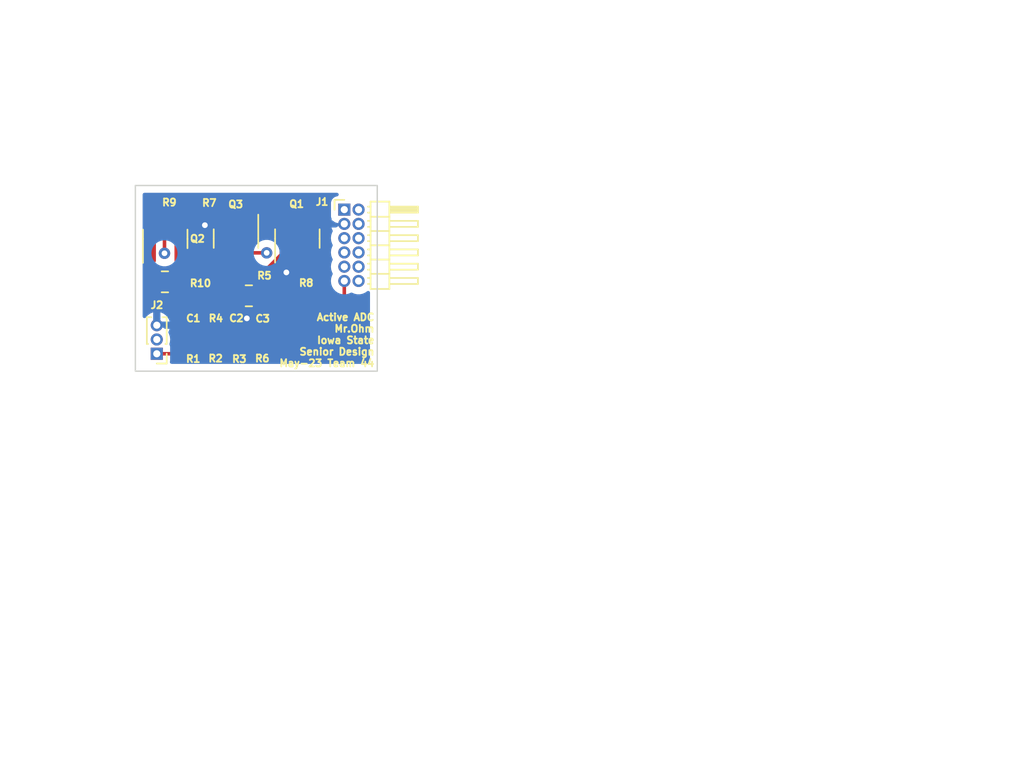
<source format=kicad_pcb>
(kicad_pcb (version 20211014) (generator pcbnew)
  (layers (0 "F.Cu" signal) (1 "In1.Cu" signal) (2 "In2.Cu" signal) (31 "B.Cu" signal) (34 "B.Paste" user) (35 "F.Paste" user) (36 "B.SilkS" user "B.Silkscreen") (37 "F.SilkS" user "F.Silkscreen") (38 "B.Mask" user) (39 "F.Mask" user) (44 "Edge.Cuts" user))
  (net 0 "")
  (net 1 "Net-(C1-Pad1)")
  (net 2 "GND")
  (net 3 "Net-(C2-Pad1)")
  (net 4 "/SIGMA-CHERRY")
  (net 5 "Net-(C3-Pad2)")
  (net 6 "/3.3V")
  (net 11 "/FPGA-OUT")
  (net 13 "/FPGA-IN")
  (net 15 "/Sensor-IN")
  (net 16 "Net-(Q1-Pad2)")
  (net 17 "Net-(Q1-Pad3)")
  (net 18 "Net-(Q2-Pad1)")
  (net 19 "Net-(Q2-Pad2)")
  (net 20 "Net-(R2-Pad2)")
  (footprint "Resistor_SMD:R_0805_2012Metric" (layer "F.Cu") (at 122.3325 86.63)
    (fp_text reference "R5" (at 1.09 -1.4125) (layer "F.SilkS") (effects (font (size 0.5 0.5) (thickness 0.125))))
    (fp_text value "8k")
    (fp_line (start -0.227064 -0.735) (end 0.227064 -0.735) (layer "F.SilkS") (width 0.12))
    (fp_line (start -0.227064 0.735) (end 0.227064 0.735) (layer "F.SilkS") (width 0.12))
    (pad "1" smd roundrect (at -0.9125 0) (size 1.025 1.4) (layers "F.Cu" "F.Paste" "F.Mask") (roundrect_rratio 0.243902) (net 3 "Net-(C2-Pad1)"))
    (pad "2" smd roundrect (at 0.9125 0) (size 1.025 1.4) (layers "F.Cu" "F.Paste" "F.Mask") (roundrect_rratio 0.243902) (net 4 "/SIGMA-CHERRY"))
  )
  (footprint "Resistor_SMD:R_0201_0603Metric" (layer "F.Cu") (at 121.6525 90.21 180)
    (fp_text reference "R3" (at -0.01 -0.85) (layer "F.SilkS") (effects (font (size 0.5 0.5) (thickness 0.125))))
    (fp_text value "15k")
    (pad "1" smd roundrect (at -0.32 0 180) (size 0.46 0.4) (layers "F.Cu" "F.Mask") (net 13 "/FPGA-IN"))
    (pad "2" smd roundrect (at 0.32 0 180) (size 0.46 0.4) (layers "F.Cu" "F.Mask") (net 20 "Net-(R2-Pad2)"))
  )
  (footprint "Package_TO_SOT_SMD:SOT-23" (layer "F.Cu") (at 125.73 82.62 90)
    (fp_text reference "Q1" (at 2.42 -0.05) (layer "F.SilkS") (effects (font (size 0.5 0.5) (thickness 0.125))))
    (fp_text value "BC847")
    (fp_line (start 0 1.56) (end -0.65 1.56) (layer "F.SilkS") (width 0.12))
    (fp_line (start 0 -1.56) (end -1.675 -1.56) (layer "F.SilkS") (width 0.12))
    (fp_line (start 0 -1.56) (end 0.65 -1.56) (layer "F.SilkS") (width 0.12))
    (fp_line (start 0 1.56) (end 0.65 1.56) (layer "F.SilkS") (width 0.12))
    (pad "1" smd roundrect (at -0.9375 -0.95 90) (size 1.475 0.6) (layers "F.Cu" "F.Paste" "F.Mask") (net 4 "/SIGMA-CHERRY"))
    (pad "2" smd roundrect (at -0.9375 0.95 90) (size 1.475 0.6) (layers "F.Cu" "F.Paste" "F.Mask") (net 16 "Net-(Q1-Pad2)"))
    (pad "3" smd roundrect (at 0.9375 0 90) (size 1.475 0.6) (layers "F.Cu" "F.Paste" "F.Mask") (net 17 "Net-(Q1-Pad3)"))
  )
  (footprint "Resistor_SMD:R_0201_0603Metric" (layer "F.Cu") (at 123.2725 90.21)
    (fp_text reference "R6" (at 0 0.81) (layer "F.SilkS") (effects (font (size 0.5 0.5) (thickness 0.125))))
    (fp_text value "1170")
    (pad "1" smd roundrect (at -0.32 0) (size 0.46 0.4) (layers "F.Cu" "F.Mask") (net 2 "GND"))
    (pad "2" smd roundrect (at 0.32 0) (size 0.46 0.4) (layers "F.Cu" "F.Mask") (net 5 "Net-(C3-Pad2)"))
  )
  (footprint "Resistor_SMD:R_0805_2012Metric" (layer "F.Cu") (at 116.45 85.65)
    (fp_text reference "R10" (at 2.49 0.1) (layer "F.SilkS") (effects (font (size 0.5 0.5) (thickness 0.125))))
    (fp_text value "2.5k")
    (fp_line (start -0.227064 -0.735) (end 0.227064 -0.735) (layer "F.SilkS") (width 0.12))
    (fp_line (start -0.227064 0.735) (end 0.227064 0.735) (layer "F.SilkS") (width 0.12))
    (pad "1" smd roundrect (at -0.9125 0) (size 1.025 1.4) (layers "F.Cu" "F.Paste" "F.Mask") (roundrect_rratio 0.243902) (net 18 "Net-(Q2-Pad1)"))
    (pad "2" smd roundrect (at 0.9125 0) (size 1.025 1.4) (layers "F.Cu" "F.Paste" "F.Mask") (roundrect_rratio 0.243902) (net 11 "/FPGA-OUT"))
  )
  (footprint "Resistor_SMD:R_0201_0603Metric" (layer "F.Cu") (at 126.34 84.95 180)
    (fp_text reference "R8" (at -0.01 -0.78) (layer "F.SilkS") (effects (font (size 0.5 0.5) (thickness 0.125))))
    (fp_text value "330")
    (pad "1" smd roundrect (at -0.32 0 180) (size 0.46 0.4) (layers "F.Cu" "F.Mask") (net 16 "Net-(Q1-Pad2)"))
    (pad "2" smd roundrect (at 0.32 0 180) (size 0.46 0.4) (layers "F.Cu" "F.Mask") (net 2 "GND"))
  )
  (footprint "Capacitor_SMD:C_0201_0603Metric" (layer "F.Cu") (at 118.4425 89.02 180)
    (fp_text reference "C1" (at 0 0.81 180) (layer "F.SilkS") (effects (font (size 0.5 0.5) (thickness 0.125))))
    (fp_text value ".1u")
    (pad "1" smd roundrect (at -0.32 0 180) (size 0.46 0.4) (layers "F.Cu" "F.Mask") (net 1 "Net-(C1-Pad1)"))
    (pad "2" smd roundrect (at 0.32 0 180) (size 0.46 0.4) (layers "F.Cu" "F.Mask") (net 2 "GND"))
  )
  (footprint "Package_TO_SOT_SMD:SOT-23" (layer "F.Cu") (at 121.43 82.62 -90)
    (fp_text reference "Q3" (at -2.4 0.02) (layer "F.SilkS") (effects (font (size 0.5 0.5) (thickness 0.125))))
    (fp_text value "BC847")
    (fp_line (start 0 1.56) (end -0.65 1.56) (layer "F.SilkS") (width 0.12))
    (fp_line (start 0 -1.56) (end 0.65 -1.56) (layer "F.SilkS") (width 0.12))
    (fp_line (start 0 1.56) (end 0.65 1.56) (layer "F.SilkS") (width 0.12))
    (fp_line (start 0 -1.56) (end -1.675 -1.56) (layer "F.SilkS") (width 0.12))
    (pad "1" smd roundrect (at -0.9375 -0.95 270) (size 1.475 0.6) (layers "F.Cu" "F.Paste" "F.Mask") (net 17 "Net-(Q1-Pad3)"))
    (pad "2" smd roundrect (at -0.9375 0.95 270) (size 1.475 0.6) (layers "F.Cu" "F.Paste" "F.Mask") (net 2 "GND"))
    (pad "3" smd roundrect (at 0.9375 0 270) (size 1.475 0.6) (layers "F.Cu" "F.Paste" "F.Mask") (net 11 "/FPGA-OUT"))
  )
  (footprint "Resistor_SMD:R_0201_0603Metric" (layer "F.Cu") (at 120.0125 90.21)
    (fp_text reference "R2" (at -0.01 0.81) (layer "F.SilkS") (effects (font (size 0.5 0.5) (thickness 0.125))))
    (fp_text value "18k")
    (pad "1" smd roundrect (at -0.32 0) (size 0.46 0.4) (layers "F.Cu" "F.Mask") (net 1 "Net-(C1-Pad1)"))
    (pad "2" smd roundrect (at 0.32 0) (size 0.46 0.4) (layers "F.Cu" "F.Mask") (net 20 "Net-(R2-Pad2)"))
  )
  (footprint "Resistor_SMD:R_0201_0603Metric" (layer "F.Cu") (at 120.0225 89.03)
    (fp_text reference "R4" (at 0 -0.82) (layer "F.SilkS") (effects (font (size 0.5 0.5) (thickness 0.125))))
    (fp_text value "15k")
    (pad "1" smd roundrect (at -0.32 0) (size 0.46 0.4) (layers "F.Cu" "F.Mask") (net 20 "Net-(R2-Pad2)"))
    (pad "2" smd roundrect (at 0.32 0) (size 0.46 0.4) (layers "F.Cu" "F.Mask") (net 3 "Net-(C2-Pad1)"))
  )
  (footprint "Connector_PinHeader_1.00mm:PinHeader_2x06_P1.00mm_Horizontal" (layer "F.Cu") (at 129.02 80.59)
    (fp_text reference "J1" (at -1.56 -0.54) (layer "F.SilkS") (effects (font (size 0.5 0.5) (thickness 0.125))))
    (fp_text value "FPGA Terminal")
    (fp_line (start 5.16 4.21) (end 3.16 4.21) (layer "F.SilkS") (width 0.12))
    (fp_line (start 1.652016 3.21) (end 1.84 3.21) (layer "F.SilkS") (width 0.12))
    (fp_line (start 3.16 -0.03) (end 5.16 -0.03) (layer "F.SilkS") (width 0.12))
    (fp_line (start 5.16 -0.21) (end 5.16 0.21) (layer "F.SilkS") (width 0.12))
    (fp_line (start 1.84 -0.56) (end 1.84 5.56) (layer "F.SilkS") (width 0.12))
    (fp_line (start 1.652016 3.79) (end 1.84 3.79) (layer "F.SilkS") (width 0.12))
    (fp_line (start 3.16 1.79) (end 5.16 1.79) (layer "F.SilkS") (width 0.12))
    (fp_line (start 1.652016 2.79) (end 1.84 2.79) (layer "F.SilkS") (width 0.12))
    (fp_line (start 3.16 4.79) (end 5.16 4.79) (layer "F.SilkS") (width 0.12))
    (fp_line (start 1.84 1.5) (end 3.16 1.5) (layer "F.SilkS") (width 0.12))
    (fp_line (start 1.652016 0.79) (end 1.84 0.79) (layer "F.SilkS") (width 0.12))
    (fp_line (start 1.652016 -0.21) (end 1.84 -0.21) (layer "F.SilkS") (width 0.12))
    (fp_line (start 5.16 3.79) (end 5.16 4.21) (layer "F.SilkS") (width 0.12))
    (fp_line (start -0.685 0) (end -0.685 -0.685) (layer "F.SilkS") (width 0.12))
    (fp_line (start 5.16 1.79) (end 5.16 2.21) (layer "F.SilkS") (width 0.12))
    (fp_line (start 3.16 -0.21) (end 5.16 -0.21) (layer "F.SilkS") (width 0.12))
    (fp_line (start 1.84 5.56) (end 3.16 5.56) (layer "F.SilkS") (width 0.12))
    (fp_line (start 1.652016 5.21) (end 1.84 5.21) (layer "F.SilkS") (width 0.12))
    (fp_line (start 1.84 3.5) (end 3.16 3.5) (layer "F.SilkS") (width 0.12))
    (fp_line (start 3.16 5.56) (end 3.16 -0.56) (layer "F.SilkS") (width 0.12))
    (fp_line (start 3.16 2.79) (end 5.16 2.79) (layer "F.SilkS") (width 0.12))
    (fp_line (start 5.16 0.21) (end 3.16 0.21) (layer "F.SilkS") (width 0.12))
    (fp_line (start 1.652016 2.21) (end 1.84 2.21) (layer "F.SilkS") (width 0.12))
    (fp_line (start 3.16 -0.56) (end 1.84 -0.56) (layer "F.SilkS") (width 0.12))
    (fp_line (start 1.652016 1.79) (end 1.84 1.79) (layer "F.SilkS") (width 0.12))
    (fp_line (start 5.16 1.21) (end 3.16 1.21) (layer "F.SilkS") (width 0.12))
    (fp_line (start 1.84 2.5) (end 3.16 2.5) (layer "F.SilkS") (width 0.12))
    (fp_line (start 3.16 -0.15) (end 5.16 -0.15) (layer "F.SilkS") (width 0.12))
    (fp_line (start 1.652016 4.21) (end 1.84 4.21) (layer "F.SilkS") (width 0.12))
    (fp_line (start 1.652016 0.21) (end 1.84 0.21) (layer "F.SilkS") (width 0.12))
    (fp_line (start 3.16 0.79) (end 5.16 0.79) (layer "F.SilkS") (width 0.12))
    (fp_line (start 1.84 0.5) (end 3.16 0.5) (layer "F.SilkS") (width 0.12))
    (fp_line (start 5.16 2.79) (end 5.16 3.21) (layer "F.SilkS") (width 0.12))
    (fp_line (start 3.16 3.79) (end 5.16 3.79) (layer "F.SilkS") (width 0.12))
    (fp_line (start 5.16 5.21) (end 3.16 5.21) (layer "F.SilkS") (width 0.12))
    (fp_line (start -0.685 -0.685) (end 0 -0.685) (layer "F.SilkS") (width 0.12))
    (fp_line (start 5.16 3.21) (end 3.16 3.21) (layer "F.SilkS") (width 0.12))
    (fp_line (start 5.16 2.21) (end 3.16 2.21) (layer "F.SilkS") (width 0.12))
    (fp_line (start 5.16 0.79) (end 5.16 1.21) (layer "F.SilkS") (width 0.12))
    (fp_line (start 1.84 4.5) (end 3.16 4.5) (layer "F.SilkS") (width 0.12))
    (fp_line (start 5.16 4.79) (end 5.16 5.21) (layer "F.SilkS") (width 0.12))
    (fp_line (start 3.16 0.09) (end 5.16 0.09) (layer "F.SilkS") (width 0.12))
    (fp_line (start 1.652016 1.21) (end 1.84 1.21) (layer "F.SilkS") (width 0.12))
    (fp_line (start 1.652016 4.79) (end 1.84 4.79) (layer "F.SilkS") (width 0.12))
    (pad "1" thru_hole rect (at 0 0) (size 0.85 0.85) (drill 0.5) (layers *.Cu *.Mask) (net 6 "/3.3V"))
    (pad "2" thru_hole oval (at 1 0) (size 0.85 0.85) (drill 0.5) (layers *.Cu *.Mask) (net 6 "/3.3V"))
    (pad "3" thru_hole oval (at 0 1) (size 0.85 0.85) (drill 0.5) (layers *.Cu *.Mask) (net 2 "GND"))
    (pad "4" thru_hole oval (at 1 1) (size 0.85 0.85) (drill 0.5) (layers *.Cu *.Mask) (net 2 "GND"))
    (pad "5" thru_hole oval (at 0 2) (size 0.85 0.85) (drill 0.5) (layers *.Cu *.Mask))
    (pad "6" thru_hole oval (at 1 2) (size 0.85 0.85) (drill 0.5) (layers *.Cu *.Mask))
    (pad "7" thru_hole oval (at 0 3) (size 0.85 0.85) (drill 0.5) (layers *.Cu *.Mask))
    (pad "8" thru_hole oval (at 1 3) (size 0.85 0.85) (drill 0.5) (layers *.Cu *.Mask))
    (pad "9" thru_hole oval (at 0 4) (size 0.85 0.85) (drill 0.5) (layers *.Cu *.Mask) (net 11 "/FPGA-OUT"))
    (pad "10" thru_hole oval (at 1 4) (size 0.85 0.85) (drill 0.5) (layers *.Cu *.Mask))
    (pad "11" thru_hole oval (at 0 5) (size 0.85 0.85) (drill 0.5) (layers *.Cu *.Mask) (net 13 "/FPGA-IN"))
    (pad "12" thru_hole oval (at 1 5) (size 0.85 0.85) (drill 0.5) (layers *.Cu *.Mask))
  )
  (footprint "Resistor_SMD:R_0201_0603Metric" (layer "F.Cu") (at 118.4525 90.23)
    (fp_text reference "R1" (at -0.02 0.82) (layer "F.SilkS") (effects (font (size 0.5 0.5) (thickness 0.125))))
    (fp_text value "100")
    (pad "1" smd roundrect (at -0.32 0) (size 0.46 0.4) (layers "F.Cu" "F.Mask") (net 15 "/Sensor-IN"))
    (pad "2" smd roundrect (at 0.32 0) (size 0.46 0.4) (layers "F.Cu" "F.Mask") (net 1 "Net-(C1-Pad1)"))
  )
  (footprint "Package_TO_SOT_SMD:SOT-23" (layer "F.Cu") (at 116.47 82.6425 90)
    (fp_text reference "Q2" (at 0.0125 2.26) (layer "F.SilkS") (effects (font (size 0.5 0.5) (thickness 0.125))))
    (fp_text value "BC847")
    (fp_line (start 0 -1.56) (end -1.675 -1.56) (layer "F.SilkS") (width 0.12))
    (fp_line (start 0 1.56) (end 0.65 1.56) (layer "F.SilkS") (width 0.12))
    (fp_line (start 0 -1.56) (end 0.65 -1.56) (layer "F.SilkS") (width 0.12))
    (fp_line (start 0 1.56) (end -0.65 1.56) (layer "F.SilkS") (width 0.12))
    (pad "1" smd roundrect (at -0.9375 -0.95 90) (size 1.475 0.6) (layers "F.Cu" "F.Paste" "F.Mask") (net 18 "Net-(Q2-Pad1)"))
    (pad "2" smd roundrect (at -0.9375 0.95 90) (size 1.475 0.6) (layers "F.Cu" "F.Paste" "F.Mask") (net 19 "Net-(Q2-Pad2)"))
    (pad "3" smd roundrect (at 0.9375 0 90) (size 1.475 0.6) (layers "F.Cu" "F.Paste" "F.Mask") (net 6 "/3.3V"))
  )
  (footprint "Connector_PinHeader_1.00mm:PinHeader_1x03_P1.00mm_Vertical" (layer "F.Cu") (at 115.88 90.69 180)
    (fp_text reference "J2" (at -0.01 3.41) (layer "F.SilkS") (effects (font (size 0.5 0.5) (thickness 0.125))))
    (fp_text value "ADC Terminal")
    (fp_line (start 0.695 0.685) (end 0.695 2.56) (layer "F.SilkS") (width 0.12))
    (fp_line (start 0.394493 2.56) (end 0.695 2.56) (layer "F.SilkS") (width 0.12))
    (fp_line (start -0.695 2.56) (end -0.394493 2.56) (layer "F.SilkS") (width 0.12))
    (fp_line (start 0.608276 0.685) (end 0.695 0.685) (layer "F.SilkS") (width 0.12))
    (fp_line (start -0.695 0.685) (end -0.608276 0.685) (layer "F.SilkS") (width 0.12))
    (fp_line (start -0.695 0) (end -0.695 -0.685) (layer "F.SilkS") (width 0.12))
    (fp_line (start -0.695 0.685) (end -0.695 2.56) (layer "F.SilkS") (width 0.12))
    (fp_line (start -0.695 -0.685) (end 0 -0.685) (layer "F.SilkS") (width 0.12))
    (pad "1" thru_hole rect (at 0 0 180) (size 0.85 0.85) (drill 0.5) (layers *.Cu *.Mask) (net 15 "/Sensor-IN"))
    (pad "2" thru_hole oval (at 0 1 180) (size 0.85 0.85) (drill 0.5) (layers *.Cu *.Mask) (net 6 "/3.3V"))
    (pad "3" thru_hole oval (at 0 2 180) (size 0.85 0.85) (drill 0.5) (layers *.Cu *.Mask) (net 2 "GND"))
  )
  (footprint "Resistor_SMD:R_0201_0603Metric" (layer "F.Cu") (at 118.27 80.16)
    (fp_text reference "R7" (at 1.29 -0.04) (layer "F.SilkS") (effects (font (size 0.5 0.5) (thickness 0.125))))
    (fp_text value "2.1k")
    (pad "1" smd roundrect (at -0.32 0) (size 0.46 0.4) (layers "F.Cu" "F.Mask") (net 19 "Net-(Q2-Pad2)"))
    (pad "2" smd roundrect (at 0.32 0) (size 0.46 0.4) (layers "F.Cu" "F.Mask") (net 17 "Net-(Q1-Pad3)"))
  )
  (footprint "Resistor_SMD:R_0201_0603Metric" (layer "F.Cu") (at 115.47 80.1225 180)
    (fp_text reference "R9" (at -1.29 0.0325) (layer "F.SilkS") (effects (font (size 0.5 0.5) (thickness 0.125))))
    (fp_text value "1.5k")
    (pad "1" smd roundrect (at -0.32 0 180) (size 0.46 0.4) (layers "F.Cu" "F.Mask") (net 6 "/3.3V"))
    (pad "2" smd roundrect (at 0.32 0 180) (size 0.46 0.4) (layers "F.Cu" "F.Mask") (net 18 "Net-(Q2-Pad1)"))
  )
  (footprint "Capacitor_SMD:C_0201_0603Metric" (layer "F.Cu") (at 121.6125 89.04)
    (fp_text reference "C2" (at -0.1525 -0.84 180) (layer "F.SilkS") (effects (font (size 0.5 0.5) (thickness 0.125))))
    (fp_text value "470p")
    (pad "1" smd roundrect (at -0.32 0) (size 0.46 0.4) (layers "F.Cu" "F.Mask") (net 3 "Net-(C2-Pad1)"))
    (pad "2" smd roundrect (at 0.32 0) (size 0.46 0.4) (layers "F.Cu" "F.Mask") (net 2 "GND"))
  )
  (footprint "Capacitor_SMD:C_0201_0603Metric" (layer "F.Cu") (at 123.2825 89.05)
    (fp_text reference "C3" (at 0.0175 -0.82) (layer "F.SilkS") (effects (font (size 0.5 0.5) (thickness 0.125))))
    (fp_text value "68p")
    (pad "1" smd roundrect (at -0.32 0) (size 0.46 0.4) (layers "F.Cu" "F.Mask") (net 4 "/SIGMA-CHERRY"))
    (pad "2" smd roundrect (at 0.32 0) (size 0.46 0.4) (layers "F.Cu" "F.Mask") (net 5 "Net-(C3-Pad2)"))
  )
  (gr_rect (start 114.38 78.9) (end 131.33 91.91) (layer "Edge.Cuts") (width 0.1) (fill none))
  (gr_text "Active ADC\nMr.Ohm\nIowa State\nSenior Design\nMay-23 Team 44" (at 131.19 89.74) (layer "F.SilkS") (effects (font (size 0.5 0.5) (thickness 0.125)) (justify right)))
  (segment (start 119.6425 90.23) (end 119.6625 90.21) (width 0.25) (layer "F.Cu") (net 1))
  (segment (start 118.7725 90.23) (end 118.7725 89.03) (width 0.25) (layer "F.Cu") (net 1))
  (segment (start 118.7725 90.23) (end 119.6425 90.23) (width 0.25) (layer "F.Cu") (net 1))
  (segment (start 118.7725 89.03) (end 118.7625 89.02) (width 0.25) (layer "F.Cu") (net 1))
  (segment (start 117.7925 88.69) (end 118.1225 89.02) (width 0.25) (layer "F.Cu") (net 2))
  (segment (start 119.25 81.68) (end 119.2525 81.6825) (width 0.25) (layer "F.Cu") (net 2))
  (segment (start 122.19 88.7825) (end 121.9325 89.04) (width 0.25) (layer "F.Cu") (net 2))
  (segment (start 122.19 88.21) (end 122.19 88.7825) (width 0.25) (layer "F.Cu") (net 2))
  (segment (start 115.88 88.69) (end 117.7925 88.69) (width 0.25) (layer "F.Cu") (net 2))
  (segment (start 120.48 81.6825) (end 119.2525 81.6825) (width 0.25) (layer "F.Cu") (net 2))
  (segment (start 121.9325 89.19) (end 122.9525 90.21) (width 0.25) (layer "F.Cu") (net 2))
  (segment (start 121.9325 89.04) (end 121.9325 89.19) (width 0.25) (layer "F.Cu") (net 2))
  (segment (start 124.96 84.99) (end 125.98 84.99) (width 0.25) (layer "F.Cu") (net 2))
  (segment (start 125.98 84.99) (end 126.02 84.95) (width 0.25) (layer "F.Cu") (net 2))
  (via (at 119.25 81.68) (size 0.8) (drill 0.4) (layers "F.Cu" "B.Cu") (net 2))
  (via (at 122.19 88.21) (size 0.8) (drill 0.4) (layers "F.Cu" "B.Cu") (net 2))
  (via (at 124.96 84.99) (size 0.8) (drill 0.4) (layers "F.Cu" "B.Cu") (net 2))
  (segment (start 121.2925 89.04) (end 121.2925 86.7575) (width 0.25) (layer "F.Cu") (net 3))
  (segment (start 121.2925 86.7575) (end 121.42 86.63) (width 0.25) (layer "F.Cu") (net 3))
  (segment (start 121.2825 89.03) (end 121.2925 89.04) (width 0.25) (layer "F.Cu") (net 3))
  (segment (start 120.3425 89.03) (end 121.2825 89.03) (width 0.25) (layer "F.Cu") (net 3))
  (segment (start 122.9625 86.9125) (end 123.245 86.63) (width 0.25) (layer "F.Cu") (net 4))
  (segment (start 123.245 85.0925) (end 124.78 83.5575) (width 0.25) (layer "F.Cu") (net 4))
  (segment (start 123.245 86.63) (end 123.245 85.0925) (width 0.25) (layer "F.Cu") (net 4))
  (segment (start 122.9625 89.05) (end 122.9625 86.9125) (width 0.25) (layer "F.Cu") (net 4))
  (segment (start 123.5925 89.06) (end 123.6025 89.05) (width 0.25) (layer "F.Cu") (net 5))
  (segment (start 123.5925 90.21) (end 123.5925 89.06) (width 0.25) (layer "F.Cu") (net 5))
  (segment (start 116.42 83.65) (end 116.42 81.755) (width 0.25) (layer "F.Cu") (net 6))
  (segment (start 116.47 81.705) (end 116.47 80.8025) (width 0.25) (layer "F.Cu") (net 6))
  (segment (start 116.42 81.755) (end 116.47 81.705) (width 0.25) (layer "F.Cu") (net 6))
  (segment (start 116.47 80.8025) (end 115.79 80.1225) (width 0.25) (layer "F.Cu") (net 6))
  (via (at 116.42 83.65) (size 0.8) (drill 0.4) (layers "F.Cu" "B.Cu") (net 6))
  (segment (start 123.58 83.62) (end 121.4925 83.62) (width 0.25) (layer "F.Cu") (net 11))
  (segment (start 117.3625 85.65) (end 118.5125 85.65) (width 0.25) (layer "F.Cu") (net 11))
  (segment (start 118.5125 85.65) (end 120.605 83.5575) (width 0.25) (layer "F.Cu") (net 11))
  (segment (start 121.4925 83.62) (end 121.43 83.5575) (width 0.25) (layer "F.Cu") (net 11))
  (segment (start 121.43 83.5575) (end 120.605 83.5575) (width 0.25) (layer "F.Cu") (net 11))
  (via (at 123.58 83.62) (size 0.8) (drill 0.4) (layers "F.Cu" "B.Cu") (net 11))
  (segment (start 125.01 90.9) (end 129.02 86.89) (width 0.25) (layer "F.Cu") (net 13))
  (segment (start 122.33 90.9) (end 125.01 90.9) (width 0.25) (layer "F.Cu") (net 13))
  (segment (start 129.02 86.89) (end 129.02 85.59) (width 0.25) (layer "F.Cu") (net 13))
  (segment (start 121.9725 90.5425) (end 122.33 90.9) (width 0.25) (layer "F.Cu") (net 13))
  (segment (start 121.9725 90.21) (end 121.9725 90.5425) (width 0.25) (layer "F.Cu") (net 13))
  (segment (start 115.88 90.69) (end 117.6725 90.69) (width 0.25) (layer "F.Cu") (net 15))
  (segment (start 117.6725 90.69) (end 118.1325 90.23) (width 0.25) (layer "F.Cu") (net 15))
  (segment (start 126.66 84.95) (end 126.66 83.5775) (width 0.25) (layer "F.Cu") (net 16))
  (segment (start 126.66 83.5775) (end 126.68 83.5575) (width 0.25) (layer "F.Cu") (net 16))
  (segment (start 120.8475 80.15) (end 118.6 80.15) (width 0.25) (layer "F.Cu") (net 17))
  (segment (start 120.8475 80.15) (end 122.38 81.6825) (width 0.25) (layer "F.Cu") (net 17))
  (segment (start 118.6 80.15) (end 118.59 80.16) (width 0.25) (layer "F.Cu") (net 17))
  (segment (start 125.73 81.6825) (end 122.38 81.6825) (width 0.25) (layer "F.Cu") (net 17))
  (segment (start 115.52 83.58) (end 115.52 85.6325) (width 0.25) (layer "F.Cu") (net 18))
  (segment (start 115.52 85.6325) (end 115.5375 85.65) (width 0.25) (layer "F.Cu") (net 18))
  (segment (start 115.15 83.21) (end 115.52 83.58) (width 0.25) (layer "F.Cu") (net 18))
  (segment (start 115.15 80.1225) (end 115.15 83.21) (width 0.25) (layer "F.Cu") (net 18))
  (segment (start 117.42 83.58) (end 117.95 83.05) (width 0.25) (layer "F.Cu") (net 19))
  (segment (start 117.95 83.05) (end 117.95 80.16) (width 0.25) (layer "F.Cu") (net 19))
  (segment (start 120.3325 90.21) (end 121.3325 90.21) (width 0.25) (layer "F.Cu") (net 20))
  (segment (start 120.3325 90.018959) (end 120.3325 90.21) (width 0.25) (layer "F.Cu") (net 20))
  (segment (start 119.7025 89.418959) (end 119.7025 89.03) (width 0.25) (layer "F.Cu") (net 20))
  (segment (start 119.7025 89.418959) (end 119.7325 89.418959) (width 0.25) (layer "F.Cu") (net 20))
  (segment (start 119.7325 89.418959) (end 120.3325 90.018959) (width 0.25) (layer "F.Cu") (net 20))
  (zone (net 2) (net_name "GND") (layer "B.Cu") (connect_pads (clearance 0.508)) (min_thickness 0.254) (fill yes (thermal_gap 0.508) (thermal_bridge_width 0.508))
    (polygon (pts (xy 176.649282 119.251815) (xy 104.899282 119.261815) (xy 104.893632 65.901316) (xy 176.633632 65.901316)))
  )
)
</source>
